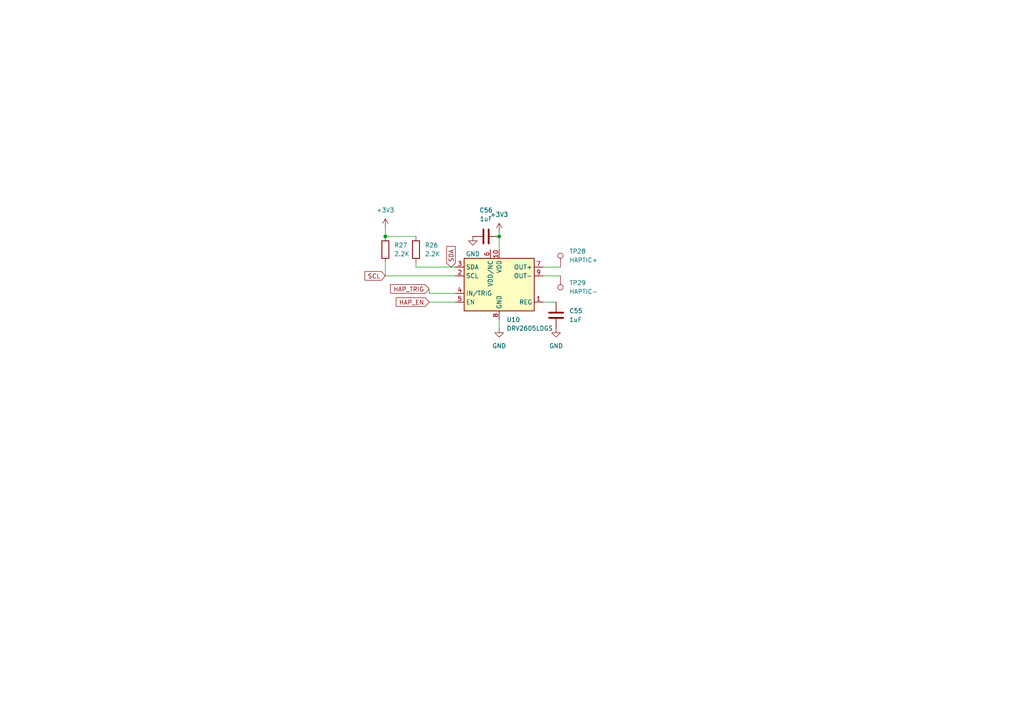
<source format=kicad_sch>
(kicad_sch (version 20250114) (generator "eeschema") (generator_version "9.0")
  (paper "A4")
  (lib_symbols
    (symbol "Connector:TestPoint" (pin_numbers (hide yes)) (pin_names (offset 0.762) (hide yes))
      (property "Reference" "TP" (at 0 6.858 0))
      (property "Value" "TestPoint" (at 0 5.08 0))
      (symbol "TestPoint_0_1"
        (circle (center 0 3.302) (radius 0.762))
      )
      (symbol "TestPoint_1_1"
        (pin passive line (at 0 0 90) (length 2.54) (name "1") (number "1"))
      )
    )
    (symbol "Device:C" (pin_numbers (hide yes)) (pin_names (offset 0.254))
      (property "Reference" "C" (at 0.635 2.54 0))
      (property "Value" "C" (at 0.635 -2.54 0))
      (symbol "C_0_1"
        (polyline (pts (xy -2.032 0.762) (xy 2.032 0.762)) (stroke (width 0.508)))
        (polyline (pts (xy -2.032 -0.762) (xy 2.032 -0.762)) (stroke (width 0.508)))
      )
      (symbol "C_1_1"
        (pin passive line (at 0 3.81 270) (length 2.794) (name "~") (number "1"))
        (pin passive line (at 0 -3.81 90) (length 2.794) (name "~") (number "2"))
      )
    )
    (symbol "Device:R" (pin_numbers (hide yes)) (pin_names (offset 0))
      (property "Reference" "R" (at 2.032 0 90))
      (property "Value" "R" (at 0 0 90))
      (symbol "R_0_1"
        (rectangle (start -1.016 -2.54) (end 1.016 2.54) (stroke (width 0.254)))
      )
      (symbol "R_1_1"
        (pin passive line (at 0 3.81 270) (length 1.27) (name "~") (number "1"))
        (pin passive line (at 0 -3.81 90) (length 1.27) (name "~") (number "2"))
      )
    )
    (symbol "Driver_Haptic:DRV2605LDGS"
      (property "Reference" "U" (at -10.16 8.255 0))
      (property "Value" "DRV2605LDGS" (at 2.54 -8.89 0))
      (symbol "DRV2605LDGS_0_1"
        (rectangle (start -10.16 7.62) (end 10.16 -7.62) (stroke (width 0.254)) (fill (type background)))
      )
      (symbol "DRV2605LDGS_1_1"
        (pin bidirectional line (at -12.7 5.08 0) (length 2.54) (name "SDA") (number "3"))
        (pin input line (at -12.7 2.54 0) (length 2.54) (name "SCL") (number "2"))
        (pin input line (at -12.7 -2.54 0) (length 2.54) (name "IN/TRIG") (number "4"))
        (pin input line (at -12.7 -5.08 0) (length 2.54) (name "EN") (number "5"))
        (pin power_in line (at -2.54 10.16 270) (length 2.54) (name "VDD/NC") (number "6"))
        (pin power_in line (at 0 10.16 270) (length 2.54) (name "VDD") (number "10"))
        (pin power_in line (at 0 -10.16 90) (length 2.54) (name "GND") (number "8"))
        (pin output line (at 12.7 5.08 180) (length 2.54) (name "OUT+") (number "7"))
        (pin output line (at 12.7 2.54 180) (length 2.54) (name "OUT-") (number "9"))
        (pin passive line (at 12.7 -5.08 180) (length 2.54) (name "REG") (number "1"))
      )
    )
    (symbol "power:+3V3" (power) (pin_numbers (hide yes)) (pin_names (offset 0) (hide yes))
      (property "Value" "+3V3" (at 0 3.556 0))
      (symbol "+3V3_0_1"
        (polyline (pts (xy -0.762 1.27) (xy 0 2.54)))
        (polyline (pts (xy 0 2.54) (xy 0.762 1.27)))
        (polyline (pts (xy 0 0) (xy 0 2.54)))
      )
      (symbol "+3V3_1_1"
        (pin power_in line (at 0 0 90) (length 0) (name "~") (number "1"))
      )
    )
    (symbol "power:GND" (power) (pin_numbers (hide yes)) (pin_names (offset 0) (hide yes))
      (property "Value" "GND" (at 0 -3.81 0))
      (symbol "GND_0_1"
        (polyline (pts (xy 0 0) (xy 0 -1.27) (xy 1.27 -1.27) (xy 0 -2.54) (xy -1.27 -1.27) (xy 0 -1.27)))
      )
      (symbol "GND_1_1"
        (pin power_in line (at 0 0 270) (length 0) (name "~") (number "1"))
      )
    )
  )
  (junction (at 144.78 68.58))
  (junction (at 111.76 68.58))
  (wire (pts (xy 157.48 77.47) (xy 162.56 77.47)))
  (wire (pts (xy 111.76 80.01) (xy 111.76 76.2)))
  (wire (pts (xy 111.76 66.04) (xy 111.76 68.58)))
  (wire (pts (xy 144.78 92.71) (xy 144.78 95.25)))
  (wire (pts (xy 144.78 68.58) (xy 144.78 72.39)))
  (wire (pts (xy 124.46 85.09) (xy 124.46 83.82)))
  (wire (pts (xy 132.08 80.01) (xy 111.76 80.01)))
  (wire (pts (xy 132.08 85.09) (xy 124.46 85.09)))
  (wire (pts (xy 157.48 87.63) (xy 161.29 87.63)))
  (wire (pts (xy 111.76 68.58) (xy 120.65 68.58)))
  (wire (pts (xy 124.46 87.63) (xy 132.08 87.63)))
  (wire (pts (xy 144.78 67.31) (xy 144.78 68.58)))
  (wire (pts (xy 132.08 77.47) (xy 120.65 77.47)))
  (wire (pts (xy 157.48 80.01) (xy 162.56 80.01)))
  (wire (pts (xy 120.65 77.47) (xy 120.65 76.2)))
  (global_label "SDA" (shape input) (at 130.81 77.47 90) (property "Intersheetrefs" "${INTERSHEET_REFS}" (effects (hide yes))))
  (global_label "HAP_EN" (shape input) (at 124.46 87.63 180) (property "Intersheetrefs" "${INTERSHEET_REFS}" (effects (hide yes))))
  (global_label "SCL" (shape input) (at 111.76 80.01 180) (property "Intersheetrefs" "${INTERSHEET_REFS}" (effects (hide yes))))
  (global_label "HAP_TRIG" (shape input) (at 124.46 83.82 180) (property "Intersheetrefs" "${INTERSHEET_REFS}" (effects (hide yes))))
  (symbol (lib_id "Device:C") (at 161.29 91.44 0) (unit 1)
    (property "Reference" "C55" (at 165.1 90.1699 0) (effects (justify left)))
    (property "Value" "1uF" (at 165.1 92.7099 0) (effects (justify left)))
    (property "Footprint" "Capacitor_SMD:C_0402_1005Metric_Pad0.74x0.62mm_HandSolder" (effects (hide yes)))
    (property "Description" "Unpolarized capacitor" (effects (hide yes)))
  )
  (symbol (lib_id "Driver_Haptic:DRV2605LDGS") (at 144.78 82.55 0) (unit 1)
    (property "Reference" "U10" (at 146.9233 92.71 0) (effects (justify left)))
    (property "Value" "DRV2605LDGS" (at 146.9233 95.25 0) (effects (justify left)))
    (property "Footprint" "Package_SO:VSSOP-10_3x3mm_P0.5mm" (effects (hide yes)))
    (property "Datasheet" "http://www.ti.com/lit/ds/symlink/drv2605l.pdf" (effects (hide yes)))
    (property "Description" "Haptic driver for LRAs and ERMs with effect library, 2-5.2V, VSSOP-10" (effects (hide yes)))
  )
  (symbol (lib_id "Device:C") (at 140.97 68.58 90) (unit 1)
    (property "Reference" "C56" (at 140.97 60.96 90))
    (property "Value" "1uF" (at 140.97 63.5 90))
    (property "Footprint" "Capacitor_SMD:C_0402_1005Metric_Pad0.74x0.62mm_HandSolder" (effects (hide yes)))
    (property "Description" "Unpolarized capacitor" (effects (hide yes)))
  )
  (symbol (lib_id "power:+3V3") (at 144.78 67.31 0) (unit 1)
    (property "Reference" "#PWR072" (effects (hide yes)))
    (property "Value" "+3V3" (at 144.78 62.23 0))
    (property "Description" "Power symbol creates a global label with name \"+3V3\"" (effects (hide yes)))
  )
  (symbol (lib_id "power:GND") (at 161.29 95.25 0) (unit 1)
    (property "Reference" "#PWR071" (effects (hide yes)))
    (property "Value" "GND" (at 161.29 100.33 0))
    (property "Description" "Power symbol creates a global label with name \"GND\" , ground" (effects (hide yes)))
  )
  (symbol (lib_id "Connector:TestPoint") (at 162.56 77.47 0) (unit 1)
    (property "Reference" "TP28" (at 165.1 72.8979 0) (effects (justify left)))
    (property "Value" "HAPTIC+" (at 165.1 75.4379 0) (effects (justify left)))
    (property "Footprint" "TestPoint:TestPoint_Pad_1.5x1.5mm" (effects (hide yes)))
    (property "Description" "test point" (effects (hide yes)))
  )
  (symbol (lib_id "power:GND") (at 137.16 68.58 0) (unit 1)
    (property "Reference" "#PWR073" (effects (hide yes)))
    (property "Value" "GND" (at 137.16 73.66 0))
    (property "Description" "Power symbol creates a global label with name \"GND\" , ground" (effects (hide yes)))
  )
  (symbol (lib_id "power:GND") (at 144.78 95.25 0) (unit 1)
    (property "Reference" "#PWR070" (effects (hide yes)))
    (property "Value" "GND" (at 144.78 100.33 0))
    (property "Description" "Power symbol creates a global label with name \"GND\" , ground" (effects (hide yes)))
  )
  (symbol (lib_id "Device:R") (at 111.76 72.39 0) (unit 1)
    (property "Reference" "R27" (at 114.3 71.1199 0) (effects (justify left)))
    (property "Value" "2.2K" (at 114.3 73.6599 0) (effects (justify left)))
    (property "Footprint" "Resistor_SMD:R_0402_1005Metric_Pad0.72x0.64mm_HandSolder" (effects (hide yes)))
    (property "Description" "Resistor" (effects (hide yes)))
  )
  (symbol (lib_id "Device:R") (at 120.65 72.39 0) (unit 1)
    (property "Reference" "R26" (at 123.19 71.1199 0) (effects (justify left)))
    (property "Value" "2.2K" (at 123.19 73.6599 0) (effects (justify left)))
    (property "Footprint" "Resistor_SMD:R_0402_1005Metric_Pad0.72x0.64mm_HandSolder" (effects (hide yes)))
    (property "Description" "Resistor" (effects (hide yes)))
  )
  (symbol (lib_id "Connector:TestPoint") (at 162.56 80.01 180) (unit 1)
    (property "Reference" "TP29" (at 165.1 82.0419 0) (effects (justify right)))
    (property "Value" "HAPTIC-" (at 165.1 84.5819 0) (effects (justify right)))
    (property "Footprint" "TestPoint:TestPoint_Pad_1.5x1.5mm" (effects (hide yes)))
    (property "Description" "test point" (effects (hide yes)))
  )
  (symbol (lib_id "power:+3V3") (at 111.76 66.04 0) (unit 1)
    (property "Reference" "#PWR069" (effects (hide yes)))
    (property "Value" "+3V3" (at 111.76 60.96 0))
    (property "Description" "Power symbol creates a global label with name \"+3V3\"" (effects (hide yes)))
  )
)
</source>
